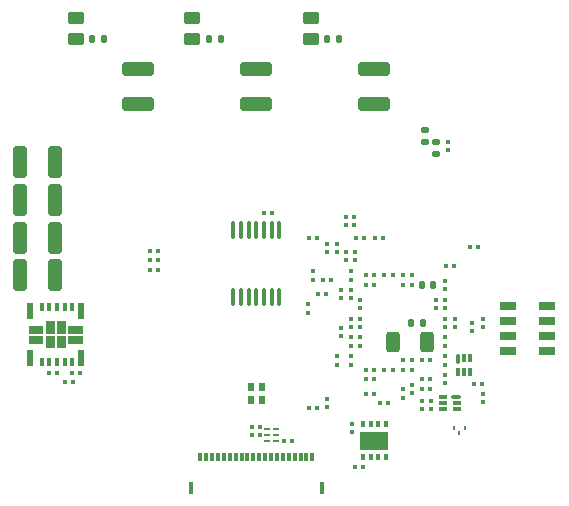
<source format=gbp>
%TF.GenerationSoftware,KiCad,Pcbnew,8.0.9-8.0.9-0~ubuntu22.04.1*%
%TF.CreationDate,2025-03-07T16:39:01+01:00*%
%TF.ProjectId,omodri_sa_v2_laas,6f6d6f64-7269-45f7-9361-5f76325f6c61,1.0*%
%TF.SameCoordinates,Original*%
%TF.FileFunction,Paste,Bot*%
%TF.FilePolarity,Positive*%
%FSLAX46Y46*%
G04 Gerber Fmt 4.6, Leading zero omitted, Abs format (unit mm)*
G04 Created by KiCad (PCBNEW 8.0.9-8.0.9-0~ubuntu22.04.1) date 2025-03-07 16:39:01*
%MOMM*%
%LPD*%
G01*
G04 APERTURE LIST*
G04 Aperture macros list*
%AMRoundRect*
0 Rectangle with rounded corners*
0 $1 Rounding radius*
0 $2 $3 $4 $5 $6 $7 $8 $9 X,Y pos of 4 corners*
0 Add a 4 corners polygon primitive as box body*
4,1,4,$2,$3,$4,$5,$6,$7,$8,$9,$2,$3,0*
0 Add four circle primitives for the rounded corners*
1,1,$1+$1,$2,$3*
1,1,$1+$1,$4,$5*
1,1,$1+$1,$6,$7*
1,1,$1+$1,$8,$9*
0 Add four rect primitives between the rounded corners*
20,1,$1+$1,$2,$3,$4,$5,0*
20,1,$1+$1,$4,$5,$6,$7,0*
20,1,$1+$1,$6,$7,$8,$9,0*
20,1,$1+$1,$8,$9,$2,$3,0*%
G04 Aperture macros list end*
%ADD10C,0.120000*%
%ADD11R,1.400000X0.700000*%
%ADD12RoundRect,0.250000X1.100000X-0.325000X1.100000X0.325000X-1.100000X0.325000X-1.100000X-0.325000X0*%
%ADD13RoundRect,0.250000X-0.325000X-1.100000X0.325000X-1.100000X0.325000X1.100000X-0.325000X1.100000X0*%
%ADD14RoundRect,0.079500X0.079500X0.100500X-0.079500X0.100500X-0.079500X-0.100500X0.079500X-0.100500X0*%
%ADD15RoundRect,0.079500X-0.079500X-0.100500X0.079500X-0.100500X0.079500X0.100500X-0.079500X0.100500X0*%
%ADD16RoundRect,0.140000X-0.140000X-0.170000X0.140000X-0.170000X0.140000X0.170000X-0.140000X0.170000X0*%
%ADD17RoundRect,0.079500X-0.100500X0.079500X-0.100500X-0.079500X0.100500X-0.079500X0.100500X0.079500X0*%
%ADD18RoundRect,0.250000X-0.450000X0.262500X-0.450000X-0.262500X0.450000X-0.262500X0.450000X0.262500X0*%
%ADD19RoundRect,0.135000X-0.185000X0.135000X-0.185000X-0.135000X0.185000X-0.135000X0.185000X0.135000X0*%
%ADD20R,0.550000X0.200000*%
%ADD21R,0.500000X0.200000*%
%ADD22RoundRect,0.079500X0.100500X-0.079500X0.100500X0.079500X-0.100500X0.079500X-0.100500X-0.079500X0*%
%ADD23RoundRect,0.250000X0.312500X0.625000X-0.312500X0.625000X-0.312500X-0.625000X0.312500X-0.625000X0*%
%ADD24RoundRect,0.070000X-0.355000X0.070000X-0.355000X-0.070000X0.355000X-0.070000X0.355000X0.070000X0*%
%ADD25RoundRect,0.070000X-0.305000X0.070000X-0.305000X-0.070000X0.305000X-0.070000X0.305000X0.070000X0*%
%ADD26RoundRect,0.070000X-0.070000X-0.355000X0.070000X-0.355000X0.070000X0.355000X-0.070000X0.355000X0*%
%ADD27RoundRect,0.070000X-0.070000X-0.305000X0.070000X-0.305000X0.070000X0.305000X-0.070000X0.305000X0*%
%ADD28R,0.300000X0.700000*%
%ADD29R,0.300000X1.000000*%
%ADD30R,0.508000X0.762000*%
%ADD31RoundRect,0.062500X0.062500X0.137500X-0.062500X0.137500X-0.062500X-0.137500X0.062500X-0.137500X0*%
%ADD32R,0.300000X0.600000*%
%ADD33R,2.400000X1.650000*%
%ADD34R,0.500000X1.400000*%
%ADD35R,0.350000X0.700000*%
%ADD36RoundRect,0.140000X0.140000X0.170000X-0.140000X0.170000X-0.140000X-0.170000X0.140000X-0.170000X0*%
%ADD37RoundRect,0.100000X0.100000X-0.637500X0.100000X0.637500X-0.100000X0.637500X-0.100000X-0.637500X0*%
G04 APERTURE END LIST*
%TO.C,U11*%
D10*
X130750000Y-125275000D02*
X131900000Y-125275000D01*
X131900000Y-125875000D01*
X130750000Y-125875000D01*
X130750000Y-125275000D01*
G36*
X130750000Y-125275000D02*
G01*
X131900000Y-125275000D01*
X131900000Y-125875000D01*
X130750000Y-125875000D01*
X130750000Y-125275000D01*
G37*
X130750000Y-126125000D02*
X131900000Y-126125000D01*
X131900000Y-126725000D01*
X130750000Y-126725000D01*
X130750000Y-126125000D01*
G36*
X130750000Y-126125000D02*
G01*
X131900000Y-126125000D01*
X131900000Y-126725000D01*
X130750000Y-126725000D01*
X130750000Y-126125000D01*
G37*
X132200000Y-124900000D02*
X132850000Y-124900000D01*
X132850000Y-125850000D01*
X132200000Y-125850000D01*
X132200000Y-124900000D01*
G36*
X132200000Y-124900000D02*
G01*
X132850000Y-124900000D01*
X132850000Y-125850000D01*
X132200000Y-125850000D01*
X132200000Y-124900000D01*
G37*
X132200000Y-126150000D02*
X132850000Y-126150000D01*
X132850000Y-127100000D01*
X132200000Y-127100000D01*
X132200000Y-126150000D01*
G36*
X132200000Y-126150000D02*
G01*
X132850000Y-126150000D01*
X132850000Y-127100000D01*
X132200000Y-127100000D01*
X132200000Y-126150000D01*
G37*
X133150000Y-124900000D02*
X133800000Y-124900000D01*
X133800000Y-125850000D01*
X133150000Y-125850000D01*
X133150000Y-124900000D01*
G36*
X133150000Y-124900000D02*
G01*
X133800000Y-124900000D01*
X133800000Y-125850000D01*
X133150000Y-125850000D01*
X133150000Y-124900000D01*
G37*
X133150000Y-126150000D02*
X133800000Y-126150000D01*
X133800000Y-127100000D01*
X133150000Y-127100000D01*
X133150000Y-126150000D01*
G36*
X133150000Y-126150000D02*
G01*
X133800000Y-126150000D01*
X133800000Y-127100000D01*
X133150000Y-127100000D01*
X133150000Y-126150000D01*
G37*
X134100000Y-125275000D02*
X135250000Y-125275000D01*
X135250000Y-125875000D01*
X134100000Y-125875000D01*
X134100000Y-125275000D01*
G36*
X134100000Y-125275000D02*
G01*
X135250000Y-125275000D01*
X135250000Y-125875000D01*
X134100000Y-125875000D01*
X134100000Y-125275000D01*
G37*
X134100000Y-126125000D02*
X135250000Y-126125000D01*
X135250000Y-126725000D01*
X134100000Y-126725000D01*
X134100000Y-126125000D01*
G36*
X134100000Y-126125000D02*
G01*
X135250000Y-126125000D01*
X135250000Y-126725000D01*
X134100000Y-126725000D01*
X134100000Y-126125000D01*
G37*
%TD*%
D11*
%TO.C,J3*%
X174650000Y-123595000D03*
X171350000Y-123595000D03*
X174650000Y-124865000D03*
X171350000Y-124865000D03*
X174650000Y-126135000D03*
X171350000Y-126135000D03*
X174650000Y-127405000D03*
X171350000Y-127405000D03*
%TD*%
D12*
%TO.C,C83*%
X140000000Y-106475000D03*
X140000000Y-103525000D03*
%TD*%
D13*
%TO.C,C77*%
X130025000Y-121000000D03*
X132975000Y-121000000D03*
%TD*%
D14*
%TO.C,C64*%
X159050000Y-137200000D03*
X158360000Y-137200000D03*
%TD*%
%TO.C,C2*%
X161545000Y-121000000D03*
X160855000Y-121000000D03*
%TD*%
D15*
%TO.C,C61*%
X150625000Y-115700000D03*
X151315000Y-115700000D03*
%TD*%
%TO.C,C67*%
X152355000Y-135000000D03*
X153045000Y-135000000D03*
%TD*%
D16*
%TO.C,C54*%
X146020000Y-101000000D03*
X146980000Y-101000000D03*
%TD*%
D17*
%TO.C,R10*%
X168300000Y-125055000D03*
X168300000Y-125745000D03*
%TD*%
D18*
%TO.C,R20*%
X144600000Y-99175000D03*
X144600000Y-101000000D03*
%TD*%
%TO.C,R28*%
X134700000Y-99175000D03*
X134700000Y-101000000D03*
%TD*%
D19*
%TO.C,R38*%
X164250000Y-108690000D03*
X164250000Y-109710000D03*
%TD*%
D20*
%TO.C,U8*%
X150925000Y-135000000D03*
D21*
X150900000Y-134500000D03*
X150900000Y-134000000D03*
X151700000Y-134000000D03*
X151700000Y-134500000D03*
X151700000Y-135000000D03*
%TD*%
D15*
%TO.C,R42*%
X133765000Y-130000000D03*
X134455000Y-130000000D03*
%TD*%
D16*
%TO.C,C46*%
X156020000Y-101000000D03*
X156980000Y-101000000D03*
%TD*%
D22*
%TO.C,R24*%
X158300000Y-116745000D03*
X158300000Y-116055000D03*
%TD*%
D14*
%TO.C,C1*%
X141665000Y-119700000D03*
X140975000Y-119700000D03*
%TD*%
D19*
%TO.C,R39*%
X165250000Y-109710000D03*
X165250000Y-110730000D03*
%TD*%
D17*
%TO.C,R35*%
X156800000Y-127855000D03*
X156800000Y-128545000D03*
%TD*%
D15*
%TO.C,C27*%
X159255000Y-129800000D03*
X159945000Y-129800000D03*
%TD*%
D23*
%TO.C,R13*%
X164462500Y-126600000D03*
X161537500Y-126600000D03*
%TD*%
D17*
%TO.C,C10*%
X158799200Y-124655000D03*
X158799200Y-125345000D03*
%TD*%
%TO.C,C6*%
X166000000Y-126255000D03*
X166000000Y-126945000D03*
%TD*%
D14*
%TO.C,C11*%
X163144200Y-128200000D03*
X162454200Y-128200000D03*
%TD*%
D17*
%TO.C,C5*%
X158000000Y-124655000D03*
X158000000Y-125345000D03*
%TD*%
D14*
%TO.C,C9*%
X163144200Y-129000000D03*
X162454200Y-129000000D03*
%TD*%
D22*
%TO.C,C4*%
X165200000Y-123745000D03*
X165200000Y-123055000D03*
%TD*%
D17*
%TO.C,C25*%
X166000000Y-127855000D03*
X166000000Y-128545000D03*
%TD*%
D15*
%TO.C,C29*%
X164055000Y-130600000D03*
X164745000Y-130600000D03*
%TD*%
D22*
%TO.C,C28*%
X166000000Y-130145000D03*
X166000000Y-129455000D03*
%TD*%
%TO.C,C69*%
X164800000Y-132325000D03*
X164800000Y-131635000D03*
%TD*%
D17*
%TO.C,C21*%
X169200000Y-124655000D03*
X169200000Y-125345000D03*
%TD*%
D14*
%TO.C,C31*%
X155145000Y-132200000D03*
X154455000Y-132200000D03*
%TD*%
D17*
%TO.C,C30*%
X169200000Y-131055000D03*
X169200000Y-131745000D03*
%TD*%
D14*
%TO.C,C32*%
X159945000Y-121800000D03*
X159255000Y-121800000D03*
%TD*%
D22*
%TO.C,R33*%
X154400000Y-124145000D03*
X154400000Y-123455000D03*
%TD*%
D14*
%TO.C,R40*%
X135095000Y-129300000D03*
X134405000Y-129300000D03*
%TD*%
D17*
%TO.C,C68*%
X150300000Y-133835000D03*
X150300000Y-134525000D03*
%TD*%
%TO.C,C22*%
X166000000Y-124655000D03*
X166000000Y-125345000D03*
%TD*%
%TO.C,R34*%
X157200000Y-125455000D03*
X157200000Y-126145000D03*
%TD*%
D15*
%TO.C,R41*%
X132455000Y-129300000D03*
X133145000Y-129300000D03*
%TD*%
%TO.C,C34*%
X159255000Y-129000000D03*
X159945000Y-129000000D03*
%TD*%
D17*
%TO.C,C33*%
X166800000Y-124655000D03*
X166800000Y-125345000D03*
%TD*%
%TO.C,R23*%
X156000000Y-118335000D03*
X156000000Y-119025000D03*
%TD*%
D14*
%TO.C,R32*%
X161145000Y-131800000D03*
X160455000Y-131800000D03*
%TD*%
%TO.C,R11*%
X169145000Y-130200000D03*
X168455000Y-130200000D03*
%TD*%
D15*
%TO.C,C19*%
X155255000Y-122600000D03*
X155945000Y-122600000D03*
%TD*%
D24*
%TO.C,U9*%
X166925000Y-131300000D03*
D25*
X166975000Y-131800000D03*
X166975000Y-132300000D03*
X165825000Y-132300000D03*
X165825000Y-131800000D03*
X165825000Y-131300000D03*
%TD*%
D26*
%TO.C,U10*%
X167100000Y-128075000D03*
D27*
X167600000Y-128025000D03*
X168100000Y-128025000D03*
X168100000Y-129175000D03*
X167600000Y-129175000D03*
X167100000Y-129175000D03*
%TD*%
D22*
%TO.C,R22*%
X157600000Y-119665000D03*
X157600000Y-118975000D03*
%TD*%
D16*
%TO.C,C56*%
X136120000Y-101000000D03*
X137080000Y-101000000D03*
%TD*%
D14*
%TO.C,R29*%
X166745000Y-120200000D03*
X166055000Y-120200000D03*
%TD*%
D22*
%TO.C,R12*%
X156000000Y-132145000D03*
X156000000Y-131455000D03*
%TD*%
%TO.C,C20*%
X158800000Y-123745000D03*
X158800000Y-123055000D03*
%TD*%
D17*
%TO.C,C43*%
X154800000Y-120655000D03*
X154800000Y-121345000D03*
%TD*%
%TO.C,R36*%
X164000000Y-131635000D03*
X164000000Y-132325000D03*
%TD*%
D15*
%TO.C,C24*%
X158055000Y-127000000D03*
X158745000Y-127000000D03*
%TD*%
D17*
%TO.C,D7*%
X166250000Y-109685000D03*
X166250000Y-110375000D03*
%TD*%
D15*
%TO.C,C23*%
X158055000Y-126200000D03*
X158745000Y-126200000D03*
%TD*%
%TO.C,C35*%
X164055000Y-129800000D03*
X164745000Y-129800000D03*
%TD*%
%TO.C,C26*%
X160855000Y-129000000D03*
X161545000Y-129000000D03*
%TD*%
D17*
%TO.C,R31*%
X158100000Y-133575000D03*
X158100000Y-134265000D03*
%TD*%
D16*
%TO.C,C36*%
X164020000Y-121800000D03*
X164980000Y-121800000D03*
%TD*%
D12*
%TO.C,C86*%
X150000000Y-106475000D03*
X150000000Y-103525000D03*
%TD*%
D15*
%TO.C,C13*%
X168055000Y-118600000D03*
X168745000Y-118600000D03*
%TD*%
D17*
%TO.C,R5*%
X163200000Y-130255000D03*
X163200000Y-130945000D03*
%TD*%
D14*
%TO.C,D1*%
X141665000Y-120500000D03*
X140975000Y-120500000D03*
%TD*%
D28*
%TO.C,J2*%
X154750000Y-136350000D03*
X154250000Y-136350000D03*
X153750000Y-136350000D03*
X153250000Y-136350000D03*
X152750000Y-136350000D03*
X152250000Y-136350000D03*
X151750000Y-136350000D03*
X151250000Y-136350000D03*
X150750000Y-136350000D03*
X150250000Y-136350000D03*
X149750000Y-136350000D03*
X149250000Y-136350000D03*
X148750000Y-136350000D03*
X148250000Y-136350000D03*
X147750000Y-136350000D03*
X147250000Y-136350000D03*
X146750000Y-136350000D03*
X146250000Y-136350000D03*
X145750000Y-136350000D03*
X145250000Y-136350000D03*
D29*
X155540000Y-139000000D03*
X144460000Y-139000000D03*
%TD*%
D14*
%TO.C,C16*%
X159945000Y-121000000D03*
X159255000Y-121000000D03*
%TD*%
D18*
%TO.C,R17*%
X154600000Y-99175000D03*
X154600000Y-101000000D03*
%TD*%
D30*
%TO.C,D4*%
X149525000Y-131572201D03*
X149525000Y-130427799D03*
X150475000Y-130427799D03*
X150475000Y-131572201D03*
%TD*%
D12*
%TO.C,C85*%
X160000000Y-106475000D03*
X160000000Y-103525000D03*
%TD*%
D22*
%TO.C,R6*%
X162400000Y-131345000D03*
X162400000Y-130655000D03*
%TD*%
%TO.C,C38*%
X158000000Y-121345000D03*
X158000000Y-120655000D03*
%TD*%
D14*
%TO.C,R4*%
X141665000Y-118900000D03*
X140975000Y-118900000D03*
%TD*%
D17*
%TO.C,C7*%
X158000200Y-127855000D03*
X158000200Y-128545000D03*
%TD*%
D14*
%TO.C,C14*%
X160745000Y-117800000D03*
X160055000Y-117800000D03*
%TD*%
D31*
%TO.C,D3*%
X167200000Y-134300000D03*
X166700000Y-133900000D03*
X167700000Y-133900000D03*
%TD*%
D14*
%TO.C,C42*%
X155145000Y-117800000D03*
X154455000Y-117800000D03*
%TD*%
%TO.C,C87*%
X156345000Y-121400000D03*
X155655000Y-121400000D03*
%TD*%
D17*
%TO.C,C39*%
X157200000Y-122255000D03*
X157200000Y-122945000D03*
%TD*%
D14*
%TO.C,R7*%
X159945000Y-131000000D03*
X159255000Y-131000000D03*
%TD*%
%TO.C,C18*%
X163145000Y-121800000D03*
X162455000Y-121800000D03*
%TD*%
D22*
%TO.C,C3*%
X166000000Y-123745000D03*
X166000000Y-123055000D03*
%TD*%
%TO.C,C58*%
X156800000Y-119025000D03*
X156800000Y-118335000D03*
%TD*%
D17*
%TO.C,C37*%
X158000000Y-122255000D03*
X158000000Y-122945000D03*
%TD*%
%TO.C,C57*%
X158400000Y-118975000D03*
X158400000Y-119665000D03*
%TD*%
D32*
%TO.C,U6*%
X159025000Y-133600000D03*
X159675000Y-133600000D03*
X160325000Y-133600000D03*
X160975000Y-133600000D03*
X160975000Y-136400000D03*
X160325000Y-136400000D03*
X159675000Y-136400000D03*
X159025000Y-136400000D03*
D33*
X160000000Y-135000000D03*
%TD*%
D15*
%TO.C,C41*%
X158455000Y-117800000D03*
X159145000Y-117800000D03*
%TD*%
D34*
%TO.C,U11*%
X130855000Y-124000000D03*
D35*
X131830000Y-123650000D03*
X132480000Y-123650000D03*
X133130000Y-123650000D03*
X133780000Y-123650000D03*
X134430000Y-123650000D03*
D34*
X135155000Y-124000000D03*
X135155000Y-128000000D03*
D35*
X134430000Y-128350000D03*
X133780000Y-128350000D03*
X133130000Y-128350000D03*
X132480000Y-128350000D03*
X131830000Y-128350000D03*
D34*
X130855000Y-128000000D03*
%TD*%
D13*
%TO.C,C79*%
X130025000Y-114600000D03*
X132975000Y-114600000D03*
%TD*%
D36*
%TO.C,C12*%
X164080000Y-125000000D03*
X163120000Y-125000000D03*
%TD*%
D37*
%TO.C,U3*%
X151950000Y-122862500D03*
X151300000Y-122862500D03*
X150650000Y-122862500D03*
X150000000Y-122862500D03*
X149350000Y-122862500D03*
X148700000Y-122862500D03*
X148050000Y-122862500D03*
X148050000Y-117137500D03*
X148700000Y-117137500D03*
X149350000Y-117137500D03*
X150000000Y-117137500D03*
X150650000Y-117137500D03*
X151300000Y-117137500D03*
X151950000Y-117137500D03*
%TD*%
D14*
%TO.C,C8*%
X164745000Y-128200000D03*
X164055000Y-128200000D03*
%TD*%
D13*
%TO.C,C80*%
X130025000Y-111400000D03*
X132975000Y-111400000D03*
%TD*%
D22*
%TO.C,C59*%
X157600000Y-116745000D03*
X157600000Y-116055000D03*
%TD*%
D14*
%TO.C,C15*%
X163144800Y-121000000D03*
X162454800Y-121000000D03*
%TD*%
D13*
%TO.C,C78*%
X130025000Y-117800000D03*
X132975000Y-117800000D03*
%TD*%
D22*
%TO.C,C17*%
X166000000Y-122145000D03*
X166000000Y-121455000D03*
%TD*%
%TO.C,R55*%
X149600000Y-134525000D03*
X149600000Y-133835000D03*
%TD*%
M02*

</source>
